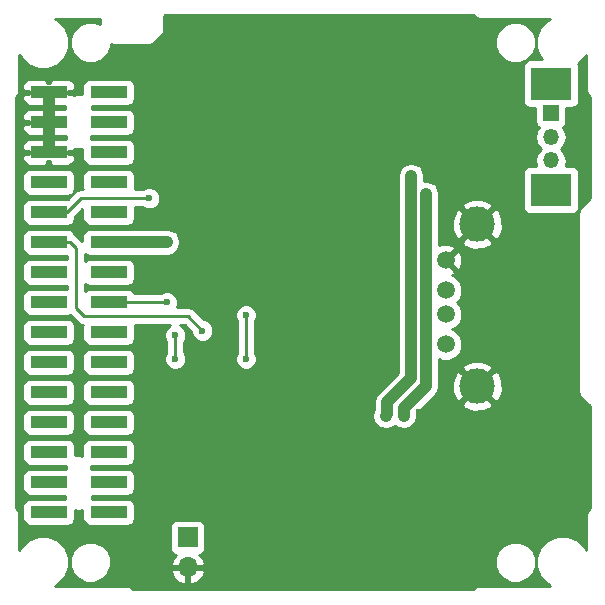
<source format=gbl>
G04 #@! TF.FileFunction,Copper,L2,Bot,Signal*
%FSLAX46Y46*%
G04 Gerber Fmt 4.6, Leading zero omitted, Abs format (unit mm)*
G04 Created by KiCad (PCBNEW 4.0.7) date 07/27/18 08:10:25*
%MOMM*%
%LPD*%
G01*
G04 APERTURE LIST*
%ADD10C,0.100000*%
%ADD11R,1.700000X1.700000*%
%ADD12O,1.700000X1.700000*%
%ADD13C,1.500000*%
%ADD14C,3.000000*%
%ADD15R,3.500000X2.800000*%
%ADD16R,1.350000X1.350000*%
%ADD17O,1.350000X1.350000*%
%ADD18C,0.800000*%
%ADD19R,3.150000X1.000000*%
%ADD20C,0.600000*%
%ADD21C,0.250000*%
%ADD22C,1.000000*%
%ADD23C,0.254000*%
G04 APERTURE END LIST*
D10*
D11*
X119240000Y-127920000D03*
D12*
X119240000Y-130460000D03*
D13*
X141100000Y-104452400D03*
X141100000Y-106992400D03*
X141100000Y-109022400D03*
X141100000Y-111562400D03*
D14*
X143770000Y-101402400D03*
X143770000Y-115122400D03*
D15*
X150000000Y-98500000D03*
D16*
X150000000Y-92000000D03*
D17*
X150000000Y-94000000D03*
X150000000Y-96000000D03*
D15*
X150000000Y-89500000D03*
D18*
X108095000Y-90220000D03*
D19*
X107475000Y-90220000D03*
D18*
X106825000Y-90220000D03*
D19*
X112555000Y-90220000D03*
X107475000Y-92760000D03*
X112555000Y-92760000D03*
X107475000Y-95300000D03*
X112555000Y-95300000D03*
X107475000Y-97840000D03*
X112555000Y-97840000D03*
X107475000Y-100380000D03*
X112555000Y-100380000D03*
X107475000Y-102920000D03*
X112555000Y-102920000D03*
X107475000Y-105460000D03*
X112555000Y-105460000D03*
X107475000Y-108000000D03*
X112555000Y-108000000D03*
X107475000Y-110540000D03*
X112555000Y-110540000D03*
X107475000Y-113080000D03*
X112555000Y-113080000D03*
X107475000Y-115620000D03*
X112555000Y-115620000D03*
X107475000Y-118160000D03*
X112555000Y-118160000D03*
X107475000Y-120700000D03*
X112555000Y-120700000D03*
X107475000Y-123240000D03*
X112555000Y-123240000D03*
X107475000Y-125780000D03*
X112555000Y-125780000D03*
D18*
X111905000Y-90220000D03*
X106825000Y-92760000D03*
X111905000Y-92760000D03*
X106825000Y-95300000D03*
X111905000Y-95300000D03*
X106825000Y-97840000D03*
X111905000Y-97840000D03*
X106825000Y-100380000D03*
X111905000Y-100380000D03*
X106825000Y-102920000D03*
X111905000Y-102920000D03*
X106825000Y-105460000D03*
X111905000Y-105460000D03*
X106825000Y-108000000D03*
X111905000Y-108000000D03*
X106825000Y-110540000D03*
X111905000Y-110540000D03*
X106825000Y-113080000D03*
X111905000Y-113080000D03*
X106825000Y-115620000D03*
X111905000Y-115620000D03*
X106825000Y-118160000D03*
X111905000Y-118160000D03*
X106825000Y-120700000D03*
X111905000Y-120700000D03*
X106825000Y-123240000D03*
X111905000Y-123240000D03*
X106825000Y-125780000D03*
X111905000Y-125780000D03*
X113175000Y-90220000D03*
X108095000Y-92760000D03*
X113175000Y-92760000D03*
X108095000Y-95300000D03*
X113175000Y-95300000D03*
X108095000Y-97840000D03*
X113175000Y-97840000D03*
X108095000Y-100380000D03*
X113175000Y-100380000D03*
X108095000Y-102920000D03*
X113175000Y-102920000D03*
X108095000Y-105460000D03*
X113175000Y-105460000D03*
X108095000Y-108000000D03*
X113175000Y-108000000D03*
X108095000Y-110540000D03*
X113175000Y-110540000D03*
X108095000Y-113080000D03*
X113175000Y-113080000D03*
X108095000Y-115620000D03*
X113175000Y-115620000D03*
X108095000Y-118160000D03*
X113175000Y-118160000D03*
X108095000Y-120700000D03*
X113175000Y-120700000D03*
X108095000Y-123240000D03*
X113175000Y-123240000D03*
X108095000Y-125780000D03*
X113175000Y-125780000D03*
D20*
X116700000Y-94011000D03*
X123939000Y-101758000D03*
X123939000Y-94011000D03*
X136400000Y-109100000D03*
X135400000Y-98800000D03*
X135400000Y-104500000D03*
X131800000Y-108000000D03*
X138800000Y-117332000D03*
X126400000Y-109200000D03*
X117505002Y-102901000D03*
X116000000Y-99200000D03*
X120500000Y-110400000D03*
X124200000Y-109100000D03*
X124200000Y-112800000D03*
X117500000Y-108000000D03*
X118200000Y-110800000D03*
X118200000Y-112800000D03*
X138163000Y-97313000D03*
X136004000Y-117633000D03*
X139433000Y-98837000D03*
X137528000Y-117633000D03*
D21*
X107475000Y-95300000D02*
X109353000Y-95300000D01*
X116700000Y-95535000D02*
X116700000Y-94011000D01*
X115684000Y-96551000D02*
X116700000Y-95535000D01*
X110604000Y-96551000D02*
X115684000Y-96551000D01*
X109353000Y-95300000D02*
X110604000Y-96551000D01*
D22*
X107475000Y-92760000D02*
X107475000Y-95300000D01*
X107475000Y-90220000D02*
X107475000Y-92760000D01*
X117486002Y-102920000D02*
X112555000Y-102920000D01*
X117505002Y-102901000D02*
X117486002Y-102920000D01*
D21*
X116000000Y-99200000D02*
X110200000Y-99200000D01*
X109020000Y-100380000D02*
X110200000Y-99200000D01*
X109020000Y-100380000D02*
X107475000Y-100380000D01*
X109320000Y-102920000D02*
X107475000Y-102920000D01*
X109800000Y-103400000D02*
X109320000Y-102920000D01*
X109800000Y-108500000D02*
X109800000Y-103400000D01*
X110500000Y-109200000D02*
X109800000Y-108500000D01*
X119300000Y-109200000D02*
X110500000Y-109200000D01*
X120500000Y-110400000D02*
X119300000Y-109200000D01*
X124200000Y-109100000D02*
X124200000Y-112800000D01*
X117500000Y-108000000D02*
X112555000Y-108000000D01*
X118200000Y-110800000D02*
X118200000Y-112800000D01*
D22*
X138163000Y-114458000D02*
X138163000Y-97313000D01*
X136131000Y-116490000D02*
X138163000Y-114458000D01*
X136131000Y-117506000D02*
X136131000Y-116490000D01*
X136004000Y-117633000D02*
X136131000Y-117506000D01*
X137528000Y-116998000D02*
X139433000Y-115093000D01*
X139433000Y-115093000D02*
X139433000Y-98837000D01*
X137528000Y-117633000D02*
X137528000Y-116998000D01*
D23*
G36*
X143497954Y-83802046D02*
X143728295Y-83955954D01*
X144000000Y-84010000D01*
X149963500Y-84010000D01*
X149735628Y-84104155D01*
X149106364Y-84732321D01*
X148765389Y-85553481D01*
X148764613Y-86442619D01*
X149104155Y-87264372D01*
X149292015Y-87452560D01*
X148250000Y-87452560D01*
X148014683Y-87496838D01*
X147798559Y-87635910D01*
X147653569Y-87848110D01*
X147602560Y-88100000D01*
X147602560Y-90900000D01*
X147646838Y-91135317D01*
X147785910Y-91351441D01*
X147998110Y-91496431D01*
X148250000Y-91547440D01*
X148677560Y-91547440D01*
X148677560Y-92675000D01*
X148721838Y-92910317D01*
X148860910Y-93126441D01*
X148965177Y-93197683D01*
X148764054Y-93498685D01*
X148664336Y-94000000D01*
X148764054Y-94501315D01*
X149048026Y-94926310D01*
X149158311Y-95000000D01*
X149048026Y-95073690D01*
X148764054Y-95498685D01*
X148664336Y-96000000D01*
X148754356Y-96452560D01*
X148250000Y-96452560D01*
X148014683Y-96496838D01*
X147798559Y-96635910D01*
X147653569Y-96848110D01*
X147602560Y-97100000D01*
X147602560Y-99900000D01*
X147646838Y-100135317D01*
X147785910Y-100351441D01*
X147998110Y-100496431D01*
X148250000Y-100547440D01*
X151750000Y-100547440D01*
X151985317Y-100503162D01*
X152201441Y-100364090D01*
X152346431Y-100151890D01*
X152397440Y-99900000D01*
X152397440Y-97100000D01*
X152353162Y-96864683D01*
X152214090Y-96648559D01*
X152001890Y-96503569D01*
X151750000Y-96452560D01*
X151245644Y-96452560D01*
X151335664Y-96000000D01*
X151235946Y-95498685D01*
X150951974Y-95073690D01*
X150841689Y-95000000D01*
X150951974Y-94926310D01*
X151235946Y-94501315D01*
X151335664Y-94000000D01*
X151235946Y-93498685D01*
X151034992Y-93197936D01*
X151126441Y-93139090D01*
X151271431Y-92926890D01*
X151322440Y-92675000D01*
X151322440Y-91547440D01*
X151750000Y-91547440D01*
X151985317Y-91503162D01*
X152201441Y-91364090D01*
X152346431Y-91151890D01*
X152397440Y-90900000D01*
X152397440Y-88100000D01*
X152353162Y-87864683D01*
X152330644Y-87829689D01*
X152893636Y-87267679D01*
X152990000Y-87035608D01*
X152990000Y-90000000D01*
X153044046Y-90271705D01*
X153197954Y-90502046D01*
X153290000Y-90594092D01*
X153290000Y-99205908D01*
X152497954Y-99997954D01*
X152344046Y-100228295D01*
X152290000Y-100500000D01*
X152290000Y-115500000D01*
X152344046Y-115771705D01*
X152497954Y-116002046D01*
X153290000Y-116794092D01*
X153290000Y-125405908D01*
X153197954Y-125497954D01*
X153044046Y-125728295D01*
X152990000Y-126000000D01*
X152990000Y-128963500D01*
X152895845Y-128735628D01*
X152267679Y-128106364D01*
X151446519Y-127765389D01*
X150557381Y-127764613D01*
X149735628Y-128104155D01*
X149106364Y-128732321D01*
X148765389Y-129553481D01*
X148764613Y-130442619D01*
X149104155Y-131264372D01*
X149732321Y-131893636D01*
X149964392Y-131990000D01*
X144000000Y-131990000D01*
X143728295Y-132044046D01*
X143497954Y-132197954D01*
X143405908Y-132290000D01*
X114594092Y-132290000D01*
X114502046Y-132197954D01*
X114271705Y-132044046D01*
X114000000Y-131990000D01*
X108036500Y-131990000D01*
X108264372Y-131895845D01*
X108893636Y-131267679D01*
X109234611Y-130446519D01*
X109234700Y-130343599D01*
X109264699Y-130343599D01*
X109528281Y-130981515D01*
X110015918Y-131470004D01*
X110653373Y-131734699D01*
X111343599Y-131735301D01*
X111981515Y-131471719D01*
X112470004Y-130984082D01*
X112539428Y-130816890D01*
X117798524Y-130816890D01*
X117968355Y-131226924D01*
X118358642Y-131655183D01*
X118883108Y-131901486D01*
X119113000Y-131780819D01*
X119113000Y-130587000D01*
X119367000Y-130587000D01*
X119367000Y-131780819D01*
X119596892Y-131901486D01*
X120121358Y-131655183D01*
X120511645Y-131226924D01*
X120681476Y-130816890D01*
X120560155Y-130587000D01*
X119367000Y-130587000D01*
X119113000Y-130587000D01*
X117919845Y-130587000D01*
X117798524Y-130816890D01*
X112539428Y-130816890D01*
X112734699Y-130346627D01*
X112734701Y-130343599D01*
X145264699Y-130343599D01*
X145528281Y-130981515D01*
X146015918Y-131470004D01*
X146653373Y-131734699D01*
X147343599Y-131735301D01*
X147981515Y-131471719D01*
X148470004Y-130984082D01*
X148734699Y-130346627D01*
X148735301Y-129656401D01*
X148471719Y-129018485D01*
X147984082Y-128529996D01*
X147346627Y-128265301D01*
X146656401Y-128264699D01*
X146018485Y-128528281D01*
X145529996Y-129015918D01*
X145265301Y-129653373D01*
X145264699Y-130343599D01*
X112734701Y-130343599D01*
X112735301Y-129656401D01*
X112471719Y-129018485D01*
X111984082Y-128529996D01*
X111346627Y-128265301D01*
X110656401Y-128264699D01*
X110018485Y-128528281D01*
X109529996Y-129015918D01*
X109265301Y-129653373D01*
X109264699Y-130343599D01*
X109234700Y-130343599D01*
X109235387Y-129557381D01*
X108895845Y-128735628D01*
X108267679Y-128106364D01*
X107446519Y-127765389D01*
X106557381Y-127764613D01*
X105735628Y-128104155D01*
X105106364Y-128732321D01*
X105010000Y-128964392D01*
X105010000Y-127070000D01*
X117742560Y-127070000D01*
X117742560Y-128770000D01*
X117786838Y-129005317D01*
X117925910Y-129221441D01*
X118138110Y-129366431D01*
X118246107Y-129388301D01*
X117968355Y-129693076D01*
X117798524Y-130103110D01*
X117919845Y-130333000D01*
X119113000Y-130333000D01*
X119113000Y-130313000D01*
X119367000Y-130313000D01*
X119367000Y-130333000D01*
X120560155Y-130333000D01*
X120681476Y-130103110D01*
X120511645Y-129693076D01*
X120235499Y-129390063D01*
X120325317Y-129373162D01*
X120541441Y-129234090D01*
X120686431Y-129021890D01*
X120737440Y-128770000D01*
X120737440Y-127070000D01*
X120693162Y-126834683D01*
X120554090Y-126618559D01*
X120341890Y-126473569D01*
X120090000Y-126422560D01*
X118390000Y-126422560D01*
X118154683Y-126466838D01*
X117938559Y-126605910D01*
X117793569Y-126818110D01*
X117742560Y-127070000D01*
X105010000Y-127070000D01*
X105010000Y-126000000D01*
X104955954Y-125728295D01*
X104802046Y-125497954D01*
X104710000Y-125405908D01*
X104710000Y-120200000D01*
X105252560Y-120200000D01*
X105252560Y-121200000D01*
X105296838Y-121435317D01*
X105435910Y-121651441D01*
X105648110Y-121796431D01*
X105900000Y-121847440D01*
X108965107Y-121847440D01*
X108964893Y-122092560D01*
X105900000Y-122092560D01*
X105664683Y-122136838D01*
X105448559Y-122275910D01*
X105303569Y-122488110D01*
X105252560Y-122740000D01*
X105252560Y-123740000D01*
X105296838Y-123975317D01*
X105435910Y-124191441D01*
X105648110Y-124336431D01*
X105900000Y-124387440D01*
X108865106Y-124387440D01*
X108864892Y-124632560D01*
X105900000Y-124632560D01*
X105664683Y-124676838D01*
X105448559Y-124815910D01*
X105303569Y-125028110D01*
X105252560Y-125280000D01*
X105252560Y-126280000D01*
X105296838Y-126515317D01*
X105435910Y-126731441D01*
X105648110Y-126876431D01*
X105900000Y-126927440D01*
X109050000Y-126927440D01*
X109285317Y-126883162D01*
X109501441Y-126744090D01*
X109646431Y-126531890D01*
X109697440Y-126280000D01*
X109697440Y-125613326D01*
X109773244Y-125644803D01*
X110224775Y-125645197D01*
X110332560Y-125600661D01*
X110332560Y-126280000D01*
X110376838Y-126515317D01*
X110515910Y-126731441D01*
X110728110Y-126876431D01*
X110980000Y-126927440D01*
X114130000Y-126927440D01*
X114365317Y-126883162D01*
X114581441Y-126744090D01*
X114726431Y-126531890D01*
X114777440Y-126280000D01*
X114777440Y-125280000D01*
X114733162Y-125044683D01*
X114594090Y-124828559D01*
X114381890Y-124683569D01*
X114130000Y-124632560D01*
X111134894Y-124632560D01*
X111135108Y-124387440D01*
X114130000Y-124387440D01*
X114365317Y-124343162D01*
X114581441Y-124204090D01*
X114726431Y-123991890D01*
X114777440Y-123740000D01*
X114777440Y-122740000D01*
X114733162Y-122504683D01*
X114594090Y-122288559D01*
X114381890Y-122143569D01*
X114130000Y-122092560D01*
X111034893Y-122092560D01*
X111035107Y-121847440D01*
X114130000Y-121847440D01*
X114365317Y-121803162D01*
X114581441Y-121664090D01*
X114726431Y-121451890D01*
X114777440Y-121200000D01*
X114777440Y-120200000D01*
X114733162Y-119964683D01*
X114594090Y-119748559D01*
X114381890Y-119603569D01*
X114130000Y-119552560D01*
X110980000Y-119552560D01*
X110744683Y-119596838D01*
X110528559Y-119735910D01*
X110383569Y-119948110D01*
X110332560Y-120200000D01*
X110332560Y-120987410D01*
X110206777Y-120935180D01*
X109795029Y-120934821D01*
X109697440Y-120975144D01*
X109697440Y-120200000D01*
X109653162Y-119964683D01*
X109514090Y-119748559D01*
X109301890Y-119603569D01*
X109050000Y-119552560D01*
X105900000Y-119552560D01*
X105664683Y-119596838D01*
X105448559Y-119735910D01*
X105303569Y-119948110D01*
X105252560Y-120200000D01*
X104710000Y-120200000D01*
X104710000Y-117660000D01*
X105252560Y-117660000D01*
X105252560Y-118660000D01*
X105296838Y-118895317D01*
X105435910Y-119111441D01*
X105648110Y-119256431D01*
X105900000Y-119307440D01*
X109050000Y-119307440D01*
X109285317Y-119263162D01*
X109501441Y-119124090D01*
X109646431Y-118911890D01*
X109697440Y-118660000D01*
X109697440Y-117660000D01*
X110332560Y-117660000D01*
X110332560Y-118660000D01*
X110376838Y-118895317D01*
X110515910Y-119111441D01*
X110728110Y-119256431D01*
X110980000Y-119307440D01*
X114130000Y-119307440D01*
X114365317Y-119263162D01*
X114581441Y-119124090D01*
X114726431Y-118911890D01*
X114777440Y-118660000D01*
X114777440Y-117660000D01*
X114772360Y-117633000D01*
X134869000Y-117633000D01*
X134955397Y-118067345D01*
X135201434Y-118435566D01*
X135569655Y-118681603D01*
X136004000Y-118768000D01*
X136438345Y-118681603D01*
X136766000Y-118462671D01*
X137093654Y-118681603D01*
X137528000Y-118768000D01*
X137962346Y-118681603D01*
X138330566Y-118435566D01*
X138576603Y-118067346D01*
X138663000Y-117633000D01*
X138663000Y-117468132D01*
X139494762Y-116636370D01*
X142435635Y-116636370D01*
X142595418Y-116955139D01*
X143386187Y-117265123D01*
X144235387Y-117248897D01*
X144944582Y-116955139D01*
X145104365Y-116636370D01*
X143770000Y-115302005D01*
X142435635Y-116636370D01*
X139494762Y-116636370D01*
X140235566Y-115895566D01*
X140318327Y-115771705D01*
X140481603Y-115527346D01*
X140568000Y-115093000D01*
X140568000Y-114738587D01*
X141627277Y-114738587D01*
X141643503Y-115587787D01*
X141937261Y-116296982D01*
X142256030Y-116456765D01*
X143590395Y-115122400D01*
X143949605Y-115122400D01*
X145283970Y-116456765D01*
X145602739Y-116296982D01*
X145912723Y-115506213D01*
X145896497Y-114657013D01*
X145602739Y-113947818D01*
X145283970Y-113788035D01*
X143949605Y-115122400D01*
X143590395Y-115122400D01*
X142256030Y-113788035D01*
X141937261Y-113947818D01*
X141627277Y-114738587D01*
X140568000Y-114738587D01*
X140568000Y-113608430D01*
X142435635Y-113608430D01*
X143770000Y-114942795D01*
X145104365Y-113608430D01*
X144944582Y-113289661D01*
X144153813Y-112979677D01*
X143304613Y-112995903D01*
X142595418Y-113289661D01*
X142435635Y-113608430D01*
X140568000Y-113608430D01*
X140568000Y-112841150D01*
X140823298Y-112947159D01*
X141374285Y-112947640D01*
X141883515Y-112737231D01*
X142273461Y-112347964D01*
X142484759Y-111839102D01*
X142485240Y-111288115D01*
X142274831Y-110778885D01*
X141885564Y-110388939D01*
X141653130Y-110292424D01*
X141883515Y-110197231D01*
X142273461Y-109807964D01*
X142484759Y-109299102D01*
X142485240Y-108748115D01*
X142274831Y-108238885D01*
X142043687Y-108007338D01*
X142273461Y-107777964D01*
X142484759Y-107269102D01*
X142485240Y-106718115D01*
X142274831Y-106208885D01*
X141885564Y-105818939D01*
X141669021Y-105729023D01*
X141823923Y-105664860D01*
X141891912Y-105423917D01*
X141100000Y-104632005D01*
X141085858Y-104646148D01*
X140906253Y-104466543D01*
X140920395Y-104452400D01*
X141279605Y-104452400D01*
X142071517Y-105244312D01*
X142312460Y-105176323D01*
X142497201Y-104657229D01*
X142469230Y-104106952D01*
X142312460Y-103728477D01*
X142071517Y-103660488D01*
X141279605Y-104452400D01*
X140920395Y-104452400D01*
X140906253Y-104438258D01*
X141085858Y-104258653D01*
X141100000Y-104272795D01*
X141891912Y-103480883D01*
X141823923Y-103239940D01*
X141304829Y-103055199D01*
X140754552Y-103083170D01*
X140568000Y-103160443D01*
X140568000Y-102916370D01*
X142435635Y-102916370D01*
X142595418Y-103235139D01*
X143386187Y-103545123D01*
X144235387Y-103528897D01*
X144944582Y-103235139D01*
X145104365Y-102916370D01*
X143770000Y-101582005D01*
X142435635Y-102916370D01*
X140568000Y-102916370D01*
X140568000Y-101018587D01*
X141627277Y-101018587D01*
X141643503Y-101867787D01*
X141937261Y-102576982D01*
X142256030Y-102736765D01*
X143590395Y-101402400D01*
X143949605Y-101402400D01*
X145283970Y-102736765D01*
X145602739Y-102576982D01*
X145912723Y-101786213D01*
X145896497Y-100937013D01*
X145602739Y-100227818D01*
X145283970Y-100068035D01*
X143949605Y-101402400D01*
X143590395Y-101402400D01*
X142256030Y-100068035D01*
X141937261Y-100227818D01*
X141627277Y-101018587D01*
X140568000Y-101018587D01*
X140568000Y-99888430D01*
X142435635Y-99888430D01*
X143770000Y-101222795D01*
X145104365Y-99888430D01*
X144944582Y-99569661D01*
X144153813Y-99259677D01*
X143304613Y-99275903D01*
X142595418Y-99569661D01*
X142435635Y-99888430D01*
X140568000Y-99888430D01*
X140568000Y-98837000D01*
X140481603Y-98402654D01*
X140235566Y-98034434D01*
X139867346Y-97788397D01*
X139433000Y-97702000D01*
X139298000Y-97728853D01*
X139298000Y-97313000D01*
X139211603Y-96878654D01*
X138965566Y-96510434D01*
X138597346Y-96264397D01*
X138163000Y-96178000D01*
X137728654Y-96264397D01*
X137360434Y-96510434D01*
X137114397Y-96878654D01*
X137028000Y-97313000D01*
X137028000Y-113987868D01*
X135328434Y-115687434D01*
X135082397Y-116055654D01*
X134996000Y-116490000D01*
X134996000Y-117137888D01*
X134955397Y-117198655D01*
X134869000Y-117633000D01*
X114772360Y-117633000D01*
X114733162Y-117424683D01*
X114594090Y-117208559D01*
X114381890Y-117063569D01*
X114130000Y-117012560D01*
X110980000Y-117012560D01*
X110744683Y-117056838D01*
X110528559Y-117195910D01*
X110383569Y-117408110D01*
X110332560Y-117660000D01*
X109697440Y-117660000D01*
X109653162Y-117424683D01*
X109514090Y-117208559D01*
X109301890Y-117063569D01*
X109050000Y-117012560D01*
X105900000Y-117012560D01*
X105664683Y-117056838D01*
X105448559Y-117195910D01*
X105303569Y-117408110D01*
X105252560Y-117660000D01*
X104710000Y-117660000D01*
X104710000Y-115120000D01*
X105252560Y-115120000D01*
X105252560Y-116120000D01*
X105296838Y-116355317D01*
X105435910Y-116571441D01*
X105648110Y-116716431D01*
X105900000Y-116767440D01*
X109050000Y-116767440D01*
X109285317Y-116723162D01*
X109501441Y-116584090D01*
X109646431Y-116371890D01*
X109697440Y-116120000D01*
X109697440Y-115120000D01*
X110332560Y-115120000D01*
X110332560Y-116120000D01*
X110376838Y-116355317D01*
X110515910Y-116571441D01*
X110728110Y-116716431D01*
X110980000Y-116767440D01*
X114130000Y-116767440D01*
X114365317Y-116723162D01*
X114581441Y-116584090D01*
X114726431Y-116371890D01*
X114777440Y-116120000D01*
X114777440Y-115120000D01*
X114733162Y-114884683D01*
X114594090Y-114668559D01*
X114381890Y-114523569D01*
X114130000Y-114472560D01*
X110980000Y-114472560D01*
X110744683Y-114516838D01*
X110528559Y-114655910D01*
X110383569Y-114868110D01*
X110332560Y-115120000D01*
X109697440Y-115120000D01*
X109653162Y-114884683D01*
X109514090Y-114668559D01*
X109301890Y-114523569D01*
X109050000Y-114472560D01*
X105900000Y-114472560D01*
X105664683Y-114516838D01*
X105448559Y-114655910D01*
X105303569Y-114868110D01*
X105252560Y-115120000D01*
X104710000Y-115120000D01*
X104710000Y-112580000D01*
X105252560Y-112580000D01*
X105252560Y-113580000D01*
X105296838Y-113815317D01*
X105435910Y-114031441D01*
X105648110Y-114176431D01*
X105900000Y-114227440D01*
X109050000Y-114227440D01*
X109285317Y-114183162D01*
X109501441Y-114044090D01*
X109646431Y-113831890D01*
X109697440Y-113580000D01*
X109697440Y-112580000D01*
X110332560Y-112580000D01*
X110332560Y-113580000D01*
X110376838Y-113815317D01*
X110515910Y-114031441D01*
X110728110Y-114176431D01*
X110980000Y-114227440D01*
X114130000Y-114227440D01*
X114365317Y-114183162D01*
X114581441Y-114044090D01*
X114726431Y-113831890D01*
X114777440Y-113580000D01*
X114777440Y-112580000D01*
X114733162Y-112344683D01*
X114594090Y-112128559D01*
X114381890Y-111983569D01*
X114130000Y-111932560D01*
X110980000Y-111932560D01*
X110744683Y-111976838D01*
X110528559Y-112115910D01*
X110383569Y-112328110D01*
X110332560Y-112580000D01*
X109697440Y-112580000D01*
X109653162Y-112344683D01*
X109514090Y-112128559D01*
X109301890Y-111983569D01*
X109050000Y-111932560D01*
X105900000Y-111932560D01*
X105664683Y-111976838D01*
X105448559Y-112115910D01*
X105303569Y-112328110D01*
X105252560Y-112580000D01*
X104710000Y-112580000D01*
X104710000Y-110040000D01*
X105252560Y-110040000D01*
X105252560Y-111040000D01*
X105296838Y-111275317D01*
X105435910Y-111491441D01*
X105648110Y-111636431D01*
X105900000Y-111687440D01*
X109050000Y-111687440D01*
X109285317Y-111643162D01*
X109501441Y-111504090D01*
X109646431Y-111291890D01*
X109697440Y-111040000D01*
X109697440Y-110040000D01*
X109653162Y-109804683D01*
X109514090Y-109588559D01*
X109301890Y-109443569D01*
X109050000Y-109392560D01*
X105900000Y-109392560D01*
X105664683Y-109436838D01*
X105448559Y-109575910D01*
X105303569Y-109788110D01*
X105252560Y-110040000D01*
X104710000Y-110040000D01*
X104710000Y-102420000D01*
X105252560Y-102420000D01*
X105252560Y-103420000D01*
X105296838Y-103655317D01*
X105435910Y-103871441D01*
X105648110Y-104016431D01*
X105900000Y-104067440D01*
X109040000Y-104067440D01*
X109040000Y-104312560D01*
X105900000Y-104312560D01*
X105664683Y-104356838D01*
X105448559Y-104495910D01*
X105303569Y-104708110D01*
X105252560Y-104960000D01*
X105252560Y-105960000D01*
X105296838Y-106195317D01*
X105435910Y-106411441D01*
X105648110Y-106556431D01*
X105900000Y-106607440D01*
X109040000Y-106607440D01*
X109040000Y-106852560D01*
X105900000Y-106852560D01*
X105664683Y-106896838D01*
X105448559Y-107035910D01*
X105303569Y-107248110D01*
X105252560Y-107500000D01*
X105252560Y-108500000D01*
X105296838Y-108735317D01*
X105435910Y-108951441D01*
X105648110Y-109096431D01*
X105900000Y-109147440D01*
X109050000Y-109147440D01*
X109285317Y-109103162D01*
X109311507Y-109086309D01*
X109962598Y-109737401D01*
X110068204Y-109807964D01*
X110209161Y-109902148D01*
X110354617Y-109931081D01*
X110332560Y-110040000D01*
X110332560Y-111040000D01*
X110376838Y-111275317D01*
X110515910Y-111491441D01*
X110728110Y-111636431D01*
X110980000Y-111687440D01*
X114130000Y-111687440D01*
X114365317Y-111643162D01*
X114581441Y-111504090D01*
X114726431Y-111291890D01*
X114777440Y-111040000D01*
X114777440Y-110040000D01*
X114762387Y-109960000D01*
X117784523Y-109960000D01*
X117671057Y-110006883D01*
X117407808Y-110269673D01*
X117265162Y-110613201D01*
X117264838Y-110985167D01*
X117406883Y-111328943D01*
X117440000Y-111362118D01*
X117440000Y-112237537D01*
X117407808Y-112269673D01*
X117265162Y-112613201D01*
X117264838Y-112985167D01*
X117406883Y-113328943D01*
X117669673Y-113592192D01*
X118013201Y-113734838D01*
X118385167Y-113735162D01*
X118728943Y-113593117D01*
X118992192Y-113330327D01*
X119134838Y-112986799D01*
X119135162Y-112614833D01*
X118993117Y-112271057D01*
X118960000Y-112237882D01*
X118960000Y-111362463D01*
X118992192Y-111330327D01*
X119134838Y-110986799D01*
X119135162Y-110614833D01*
X118993117Y-110271057D01*
X118730327Y-110007808D01*
X118615193Y-109960000D01*
X118985198Y-109960000D01*
X119564878Y-110539680D01*
X119564838Y-110585167D01*
X119706883Y-110928943D01*
X119969673Y-111192192D01*
X120313201Y-111334838D01*
X120685167Y-111335162D01*
X121028943Y-111193117D01*
X121292192Y-110930327D01*
X121434838Y-110586799D01*
X121435162Y-110214833D01*
X121293117Y-109871057D01*
X121030327Y-109607808D01*
X120686799Y-109465162D01*
X120639923Y-109465121D01*
X120459969Y-109285167D01*
X123264838Y-109285167D01*
X123406883Y-109628943D01*
X123440000Y-109662118D01*
X123440000Y-112237537D01*
X123407808Y-112269673D01*
X123265162Y-112613201D01*
X123264838Y-112985167D01*
X123406883Y-113328943D01*
X123669673Y-113592192D01*
X124013201Y-113734838D01*
X124385167Y-113735162D01*
X124728943Y-113593117D01*
X124992192Y-113330327D01*
X125134838Y-112986799D01*
X125135162Y-112614833D01*
X124993117Y-112271057D01*
X124960000Y-112237882D01*
X124960000Y-109662463D01*
X124992192Y-109630327D01*
X125134838Y-109286799D01*
X125135162Y-108914833D01*
X124993117Y-108571057D01*
X124730327Y-108307808D01*
X124386799Y-108165162D01*
X124014833Y-108164838D01*
X123671057Y-108306883D01*
X123407808Y-108569673D01*
X123265162Y-108913201D01*
X123264838Y-109285167D01*
X120459969Y-109285167D01*
X119837401Y-108662599D01*
X119590839Y-108497852D01*
X119300000Y-108440000D01*
X118329699Y-108440000D01*
X118434838Y-108186799D01*
X118435162Y-107814833D01*
X118293117Y-107471057D01*
X118030327Y-107207808D01*
X117686799Y-107065162D01*
X117314833Y-107064838D01*
X116971057Y-107206883D01*
X116937882Y-107240000D01*
X114717279Y-107240000D01*
X114594090Y-107048559D01*
X114381890Y-106903569D01*
X114130000Y-106852560D01*
X110980000Y-106852560D01*
X110744683Y-106896838D01*
X110560000Y-107015678D01*
X110560000Y-106441566D01*
X110728110Y-106556431D01*
X110980000Y-106607440D01*
X114130000Y-106607440D01*
X114365317Y-106563162D01*
X114581441Y-106424090D01*
X114726431Y-106211890D01*
X114777440Y-105960000D01*
X114777440Y-104960000D01*
X114733162Y-104724683D01*
X114594090Y-104508559D01*
X114381890Y-104363569D01*
X114130000Y-104312560D01*
X110980000Y-104312560D01*
X110744683Y-104356838D01*
X110560000Y-104475678D01*
X110560000Y-103901566D01*
X110728110Y-104016431D01*
X110980000Y-104067440D01*
X114130000Y-104067440D01*
X114196113Y-104055000D01*
X117486002Y-104055000D01*
X117920348Y-103968603D01*
X118288568Y-103722566D01*
X118307568Y-103703566D01*
X118553605Y-103335345D01*
X118640002Y-102901000D01*
X118553605Y-102466655D01*
X118307568Y-102098434D01*
X117939347Y-101852397D01*
X117505002Y-101766000D01*
X117409483Y-101785000D01*
X114191431Y-101785000D01*
X114130000Y-101772560D01*
X110980000Y-101772560D01*
X110744683Y-101816838D01*
X110528559Y-101955910D01*
X110383569Y-102168110D01*
X110332560Y-102420000D01*
X110332560Y-102857757D01*
X109857401Y-102382599D01*
X109666387Y-102254968D01*
X109653162Y-102184683D01*
X109514090Y-101968559D01*
X109301890Y-101823569D01*
X109050000Y-101772560D01*
X105900000Y-101772560D01*
X105664683Y-101816838D01*
X105448559Y-101955910D01*
X105303569Y-102168110D01*
X105252560Y-102420000D01*
X104710000Y-102420000D01*
X104710000Y-99880000D01*
X105252560Y-99880000D01*
X105252560Y-100880000D01*
X105296838Y-101115317D01*
X105435910Y-101331441D01*
X105648110Y-101476431D01*
X105900000Y-101527440D01*
X109050000Y-101527440D01*
X109285317Y-101483162D01*
X109501441Y-101344090D01*
X109646431Y-101131890D01*
X109697440Y-100880000D01*
X109697440Y-100777362D01*
X110332560Y-100142242D01*
X110332560Y-100880000D01*
X110376838Y-101115317D01*
X110515910Y-101331441D01*
X110728110Y-101476431D01*
X110980000Y-101527440D01*
X114130000Y-101527440D01*
X114365317Y-101483162D01*
X114581441Y-101344090D01*
X114726431Y-101131890D01*
X114777440Y-100880000D01*
X114777440Y-99960000D01*
X115437537Y-99960000D01*
X115469673Y-99992192D01*
X115813201Y-100134838D01*
X116185167Y-100135162D01*
X116528943Y-99993117D01*
X116792192Y-99730327D01*
X116934838Y-99386799D01*
X116935162Y-99014833D01*
X116793117Y-98671057D01*
X116530327Y-98407808D01*
X116186799Y-98265162D01*
X115814833Y-98264838D01*
X115471057Y-98406883D01*
X115437882Y-98440000D01*
X114757189Y-98440000D01*
X114777440Y-98340000D01*
X114777440Y-97340000D01*
X114733162Y-97104683D01*
X114594090Y-96888559D01*
X114381890Y-96743569D01*
X114130000Y-96692560D01*
X110980000Y-96692560D01*
X110744683Y-96736838D01*
X110528559Y-96875910D01*
X110383569Y-97088110D01*
X110332560Y-97340000D01*
X110332560Y-98340000D01*
X110351376Y-98440000D01*
X110200000Y-98440000D01*
X109909161Y-98497852D01*
X109662599Y-98662599D01*
X109085458Y-99239740D01*
X109050000Y-99232560D01*
X105900000Y-99232560D01*
X105664683Y-99276838D01*
X105448559Y-99415910D01*
X105303569Y-99628110D01*
X105252560Y-99880000D01*
X104710000Y-99880000D01*
X104710000Y-97340000D01*
X105252560Y-97340000D01*
X105252560Y-98340000D01*
X105296838Y-98575317D01*
X105435910Y-98791441D01*
X105648110Y-98936431D01*
X105900000Y-98987440D01*
X109050000Y-98987440D01*
X109285317Y-98943162D01*
X109501441Y-98804090D01*
X109646431Y-98591890D01*
X109697440Y-98340000D01*
X109697440Y-97340000D01*
X109653162Y-97104683D01*
X109514090Y-96888559D01*
X109301890Y-96743569D01*
X109050000Y-96692560D01*
X105900000Y-96692560D01*
X105664683Y-96736838D01*
X105448559Y-96875910D01*
X105303569Y-97088110D01*
X105252560Y-97340000D01*
X104710000Y-97340000D01*
X104710000Y-90594092D01*
X104802046Y-90502046D01*
X104955954Y-90271705D01*
X105010000Y-90000000D01*
X105010000Y-89593690D01*
X105265000Y-89593690D01*
X105265000Y-89934250D01*
X105423750Y-90093000D01*
X105778600Y-90093000D01*
X105776691Y-90098931D01*
X105796921Y-90347000D01*
X105423750Y-90347000D01*
X105265000Y-90505750D01*
X105265000Y-90846310D01*
X105361673Y-91079699D01*
X105540302Y-91258327D01*
X105773691Y-91355000D01*
X107189250Y-91355000D01*
X107348000Y-91196250D01*
X107348000Y-91059517D01*
X107358516Y-90972384D01*
X107440370Y-91054238D01*
X107460000Y-91034608D01*
X107479630Y-91054238D01*
X107561483Y-90972385D01*
X107581977Y-91142180D01*
X107602000Y-91148623D01*
X107602000Y-91196250D01*
X107760750Y-91355000D01*
X108865117Y-91355000D01*
X108864881Y-91625000D01*
X107760750Y-91625000D01*
X107602000Y-91783750D01*
X107602000Y-91829526D01*
X107581977Y-91837820D01*
X107561483Y-92007615D01*
X107479630Y-91925762D01*
X107460000Y-91945392D01*
X107440370Y-91925762D01*
X107358516Y-92007616D01*
X107348000Y-91920483D01*
X107348000Y-91783750D01*
X107189250Y-91625000D01*
X105773691Y-91625000D01*
X105540302Y-91721673D01*
X105361673Y-91900301D01*
X105265000Y-92133690D01*
X105265000Y-92474250D01*
X105423750Y-92633000D01*
X105778600Y-92633000D01*
X105776691Y-92638931D01*
X105796921Y-92887000D01*
X105423750Y-92887000D01*
X105265000Y-93045750D01*
X105265000Y-93386310D01*
X105361673Y-93619699D01*
X105540302Y-93798327D01*
X105773691Y-93895000D01*
X107189250Y-93895000D01*
X107348000Y-93736250D01*
X107348000Y-93599517D01*
X107358516Y-93512384D01*
X107440370Y-93594238D01*
X107460000Y-93574608D01*
X107479630Y-93594238D01*
X107561483Y-93512385D01*
X107581977Y-93682180D01*
X107602000Y-93688623D01*
X107602000Y-93736250D01*
X107760750Y-93895000D01*
X108965117Y-93895000D01*
X108964882Y-94165000D01*
X107760750Y-94165000D01*
X107602000Y-94323750D01*
X107602000Y-94369526D01*
X107581977Y-94377820D01*
X107561483Y-94547615D01*
X107479630Y-94465762D01*
X107460000Y-94485392D01*
X107440370Y-94465762D01*
X107358516Y-94547616D01*
X107348000Y-94460483D01*
X107348000Y-94323750D01*
X107189250Y-94165000D01*
X105773691Y-94165000D01*
X105540302Y-94261673D01*
X105361673Y-94440301D01*
X105265000Y-94673690D01*
X105265000Y-95014250D01*
X105423750Y-95173000D01*
X105778600Y-95173000D01*
X105776691Y-95178931D01*
X105796921Y-95427000D01*
X105423750Y-95427000D01*
X105265000Y-95585750D01*
X105265000Y-95926310D01*
X105361673Y-96159699D01*
X105540302Y-96338327D01*
X105773691Y-96435000D01*
X107189250Y-96435000D01*
X107348000Y-96276250D01*
X107348000Y-96139517D01*
X107358516Y-96052384D01*
X107440370Y-96134238D01*
X107460000Y-96114608D01*
X107479630Y-96134238D01*
X107561483Y-96052385D01*
X107581977Y-96222180D01*
X107602000Y-96228623D01*
X107602000Y-96276250D01*
X107760750Y-96435000D01*
X109176309Y-96435000D01*
X109409698Y-96338327D01*
X109588327Y-96159699D01*
X109685000Y-95926310D01*
X109685000Y-95585750D01*
X109526250Y-95427000D01*
X109141400Y-95427000D01*
X109143309Y-95421069D01*
X109123079Y-95173000D01*
X109526250Y-95173000D01*
X109681020Y-95018230D01*
X109793223Y-95064820D01*
X110204971Y-95065179D01*
X110332560Y-95012460D01*
X110332560Y-95800000D01*
X110376838Y-96035317D01*
X110515910Y-96251441D01*
X110728110Y-96396431D01*
X110980000Y-96447440D01*
X114130000Y-96447440D01*
X114365317Y-96403162D01*
X114581441Y-96264090D01*
X114726431Y-96051890D01*
X114777440Y-95800000D01*
X114777440Y-94800000D01*
X114733162Y-94564683D01*
X114594090Y-94348559D01*
X114381890Y-94203569D01*
X114130000Y-94152560D01*
X111034893Y-94152560D01*
X111035107Y-93907440D01*
X114130000Y-93907440D01*
X114365317Y-93863162D01*
X114581441Y-93724090D01*
X114726431Y-93511890D01*
X114777440Y-93260000D01*
X114777440Y-92260000D01*
X114733162Y-92024683D01*
X114594090Y-91808559D01*
X114381890Y-91663569D01*
X114130000Y-91612560D01*
X111134894Y-91612560D01*
X111135108Y-91367440D01*
X114130000Y-91367440D01*
X114365317Y-91323162D01*
X114581441Y-91184090D01*
X114726431Y-90971890D01*
X114777440Y-90720000D01*
X114777440Y-89720000D01*
X114733162Y-89484683D01*
X114594090Y-89268559D01*
X114381890Y-89123569D01*
X114130000Y-89072560D01*
X110980000Y-89072560D01*
X110744683Y-89116838D01*
X110528559Y-89255910D01*
X110383569Y-89468110D01*
X110332560Y-89720000D01*
X110332560Y-90399131D01*
X110226756Y-90355197D01*
X109775225Y-90354803D01*
X109604567Y-90425317D01*
X109526250Y-90347000D01*
X109141400Y-90347000D01*
X109143309Y-90341069D01*
X109123079Y-90093000D01*
X109526250Y-90093000D01*
X109685000Y-89934250D01*
X109685000Y-89593690D01*
X109588327Y-89360301D01*
X109409698Y-89181673D01*
X109176309Y-89085000D01*
X107760750Y-89085000D01*
X107602000Y-89243750D01*
X107602000Y-89289526D01*
X107581977Y-89297820D01*
X107561483Y-89467615D01*
X107479630Y-89385762D01*
X107460000Y-89405392D01*
X107440370Y-89385762D01*
X107358516Y-89467616D01*
X107348000Y-89380483D01*
X107348000Y-89243750D01*
X107189250Y-89085000D01*
X105773691Y-89085000D01*
X105540302Y-89181673D01*
X105361673Y-89360301D01*
X105265000Y-89593690D01*
X105010000Y-89593690D01*
X105010000Y-87036500D01*
X105104155Y-87264372D01*
X105732321Y-87893636D01*
X106553481Y-88234611D01*
X107442619Y-88235387D01*
X108264372Y-87895845D01*
X108893636Y-87267679D01*
X109234611Y-86446519D01*
X109235387Y-85557381D01*
X108895845Y-84735628D01*
X108267679Y-84106364D01*
X108035608Y-84010000D01*
X111790000Y-84010000D01*
X111790000Y-84449406D01*
X111346627Y-84265301D01*
X110656401Y-84264699D01*
X110018485Y-84528281D01*
X109529996Y-85015918D01*
X109265301Y-85653373D01*
X109264699Y-86343599D01*
X109528281Y-86981515D01*
X110015918Y-87470004D01*
X110653373Y-87734699D01*
X111343599Y-87735301D01*
X111981515Y-87471719D01*
X112470004Y-86984082D01*
X112734699Y-86346627D01*
X112734701Y-86343599D01*
X145264699Y-86343599D01*
X145528281Y-86981515D01*
X146015918Y-87470004D01*
X146653373Y-87734699D01*
X147343599Y-87735301D01*
X147981515Y-87471719D01*
X148470004Y-86984082D01*
X148734699Y-86346627D01*
X148735301Y-85656401D01*
X148471719Y-85018485D01*
X147984082Y-84529996D01*
X147346627Y-84265301D01*
X146656401Y-84264699D01*
X146018485Y-84528281D01*
X145529996Y-85015918D01*
X145265301Y-85653373D01*
X145264699Y-86343599D01*
X112734701Y-86343599D01*
X112734864Y-86157261D01*
X113000000Y-86210000D01*
X116000000Y-86210000D01*
X116271705Y-86155954D01*
X116502046Y-86002046D01*
X117002046Y-85502046D01*
X117155954Y-85271705D01*
X117210000Y-85000000D01*
X117210000Y-83794092D01*
X117294092Y-83710000D01*
X143405908Y-83710000D01*
X143497954Y-83802046D01*
X143497954Y-83802046D01*
G37*
X143497954Y-83802046D02*
X143728295Y-83955954D01*
X144000000Y-84010000D01*
X149963500Y-84010000D01*
X149735628Y-84104155D01*
X149106364Y-84732321D01*
X148765389Y-85553481D01*
X148764613Y-86442619D01*
X149104155Y-87264372D01*
X149292015Y-87452560D01*
X148250000Y-87452560D01*
X148014683Y-87496838D01*
X147798559Y-87635910D01*
X147653569Y-87848110D01*
X147602560Y-88100000D01*
X147602560Y-90900000D01*
X147646838Y-91135317D01*
X147785910Y-91351441D01*
X147998110Y-91496431D01*
X148250000Y-91547440D01*
X148677560Y-91547440D01*
X148677560Y-92675000D01*
X148721838Y-92910317D01*
X148860910Y-93126441D01*
X148965177Y-93197683D01*
X148764054Y-93498685D01*
X148664336Y-94000000D01*
X148764054Y-94501315D01*
X149048026Y-94926310D01*
X149158311Y-95000000D01*
X149048026Y-95073690D01*
X148764054Y-95498685D01*
X148664336Y-96000000D01*
X148754356Y-96452560D01*
X148250000Y-96452560D01*
X148014683Y-96496838D01*
X147798559Y-96635910D01*
X147653569Y-96848110D01*
X147602560Y-97100000D01*
X147602560Y-99900000D01*
X147646838Y-100135317D01*
X147785910Y-100351441D01*
X147998110Y-100496431D01*
X148250000Y-100547440D01*
X151750000Y-100547440D01*
X151985317Y-100503162D01*
X152201441Y-100364090D01*
X152346431Y-100151890D01*
X152397440Y-99900000D01*
X152397440Y-97100000D01*
X152353162Y-96864683D01*
X152214090Y-96648559D01*
X152001890Y-96503569D01*
X151750000Y-96452560D01*
X151245644Y-96452560D01*
X151335664Y-96000000D01*
X151235946Y-95498685D01*
X150951974Y-95073690D01*
X150841689Y-95000000D01*
X150951974Y-94926310D01*
X151235946Y-94501315D01*
X151335664Y-94000000D01*
X151235946Y-93498685D01*
X151034992Y-93197936D01*
X151126441Y-93139090D01*
X151271431Y-92926890D01*
X151322440Y-92675000D01*
X151322440Y-91547440D01*
X151750000Y-91547440D01*
X151985317Y-91503162D01*
X152201441Y-91364090D01*
X152346431Y-91151890D01*
X152397440Y-90900000D01*
X152397440Y-88100000D01*
X152353162Y-87864683D01*
X152330644Y-87829689D01*
X152893636Y-87267679D01*
X152990000Y-87035608D01*
X152990000Y-90000000D01*
X153044046Y-90271705D01*
X153197954Y-90502046D01*
X153290000Y-90594092D01*
X153290000Y-99205908D01*
X152497954Y-99997954D01*
X152344046Y-100228295D01*
X152290000Y-100500000D01*
X152290000Y-115500000D01*
X152344046Y-115771705D01*
X152497954Y-116002046D01*
X153290000Y-116794092D01*
X153290000Y-125405908D01*
X153197954Y-125497954D01*
X153044046Y-125728295D01*
X152990000Y-126000000D01*
X152990000Y-128963500D01*
X152895845Y-128735628D01*
X152267679Y-128106364D01*
X151446519Y-127765389D01*
X150557381Y-127764613D01*
X149735628Y-128104155D01*
X149106364Y-128732321D01*
X148765389Y-129553481D01*
X148764613Y-130442619D01*
X149104155Y-131264372D01*
X149732321Y-131893636D01*
X149964392Y-131990000D01*
X144000000Y-131990000D01*
X143728295Y-132044046D01*
X143497954Y-132197954D01*
X143405908Y-132290000D01*
X114594092Y-132290000D01*
X114502046Y-132197954D01*
X114271705Y-132044046D01*
X114000000Y-131990000D01*
X108036500Y-131990000D01*
X108264372Y-131895845D01*
X108893636Y-131267679D01*
X109234611Y-130446519D01*
X109234700Y-130343599D01*
X109264699Y-130343599D01*
X109528281Y-130981515D01*
X110015918Y-131470004D01*
X110653373Y-131734699D01*
X111343599Y-131735301D01*
X111981515Y-131471719D01*
X112470004Y-130984082D01*
X112539428Y-130816890D01*
X117798524Y-130816890D01*
X117968355Y-131226924D01*
X118358642Y-131655183D01*
X118883108Y-131901486D01*
X119113000Y-131780819D01*
X119113000Y-130587000D01*
X119367000Y-130587000D01*
X119367000Y-131780819D01*
X119596892Y-131901486D01*
X120121358Y-131655183D01*
X120511645Y-131226924D01*
X120681476Y-130816890D01*
X120560155Y-130587000D01*
X119367000Y-130587000D01*
X119113000Y-130587000D01*
X117919845Y-130587000D01*
X117798524Y-130816890D01*
X112539428Y-130816890D01*
X112734699Y-130346627D01*
X112734701Y-130343599D01*
X145264699Y-130343599D01*
X145528281Y-130981515D01*
X146015918Y-131470004D01*
X146653373Y-131734699D01*
X147343599Y-131735301D01*
X147981515Y-131471719D01*
X148470004Y-130984082D01*
X148734699Y-130346627D01*
X148735301Y-129656401D01*
X148471719Y-129018485D01*
X147984082Y-128529996D01*
X147346627Y-128265301D01*
X146656401Y-128264699D01*
X146018485Y-128528281D01*
X145529996Y-129015918D01*
X145265301Y-129653373D01*
X145264699Y-130343599D01*
X112734701Y-130343599D01*
X112735301Y-129656401D01*
X112471719Y-129018485D01*
X111984082Y-128529996D01*
X111346627Y-128265301D01*
X110656401Y-128264699D01*
X110018485Y-128528281D01*
X109529996Y-129015918D01*
X109265301Y-129653373D01*
X109264699Y-130343599D01*
X109234700Y-130343599D01*
X109235387Y-129557381D01*
X108895845Y-128735628D01*
X108267679Y-128106364D01*
X107446519Y-127765389D01*
X106557381Y-127764613D01*
X105735628Y-128104155D01*
X105106364Y-128732321D01*
X105010000Y-128964392D01*
X105010000Y-127070000D01*
X117742560Y-127070000D01*
X117742560Y-128770000D01*
X117786838Y-129005317D01*
X117925910Y-129221441D01*
X118138110Y-129366431D01*
X118246107Y-129388301D01*
X117968355Y-129693076D01*
X117798524Y-130103110D01*
X117919845Y-130333000D01*
X119113000Y-130333000D01*
X119113000Y-130313000D01*
X119367000Y-130313000D01*
X119367000Y-130333000D01*
X120560155Y-130333000D01*
X120681476Y-130103110D01*
X120511645Y-129693076D01*
X120235499Y-129390063D01*
X120325317Y-129373162D01*
X120541441Y-129234090D01*
X120686431Y-129021890D01*
X120737440Y-128770000D01*
X120737440Y-127070000D01*
X120693162Y-126834683D01*
X120554090Y-126618559D01*
X120341890Y-126473569D01*
X120090000Y-126422560D01*
X118390000Y-126422560D01*
X118154683Y-126466838D01*
X117938559Y-126605910D01*
X117793569Y-126818110D01*
X117742560Y-127070000D01*
X105010000Y-127070000D01*
X105010000Y-126000000D01*
X104955954Y-125728295D01*
X104802046Y-125497954D01*
X104710000Y-125405908D01*
X104710000Y-120200000D01*
X105252560Y-120200000D01*
X105252560Y-121200000D01*
X105296838Y-121435317D01*
X105435910Y-121651441D01*
X105648110Y-121796431D01*
X105900000Y-121847440D01*
X108965107Y-121847440D01*
X108964893Y-122092560D01*
X105900000Y-122092560D01*
X105664683Y-122136838D01*
X105448559Y-122275910D01*
X105303569Y-122488110D01*
X105252560Y-122740000D01*
X105252560Y-123740000D01*
X105296838Y-123975317D01*
X105435910Y-124191441D01*
X105648110Y-124336431D01*
X105900000Y-124387440D01*
X108865106Y-124387440D01*
X108864892Y-124632560D01*
X105900000Y-124632560D01*
X105664683Y-124676838D01*
X105448559Y-124815910D01*
X105303569Y-125028110D01*
X105252560Y-125280000D01*
X105252560Y-126280000D01*
X105296838Y-126515317D01*
X105435910Y-126731441D01*
X105648110Y-126876431D01*
X105900000Y-126927440D01*
X109050000Y-126927440D01*
X109285317Y-126883162D01*
X109501441Y-126744090D01*
X109646431Y-126531890D01*
X109697440Y-126280000D01*
X109697440Y-125613326D01*
X109773244Y-125644803D01*
X110224775Y-125645197D01*
X110332560Y-125600661D01*
X110332560Y-126280000D01*
X110376838Y-126515317D01*
X110515910Y-126731441D01*
X110728110Y-126876431D01*
X110980000Y-126927440D01*
X114130000Y-126927440D01*
X114365317Y-126883162D01*
X114581441Y-126744090D01*
X114726431Y-126531890D01*
X114777440Y-126280000D01*
X114777440Y-125280000D01*
X114733162Y-125044683D01*
X114594090Y-124828559D01*
X114381890Y-124683569D01*
X114130000Y-124632560D01*
X111134894Y-124632560D01*
X111135108Y-124387440D01*
X114130000Y-124387440D01*
X114365317Y-124343162D01*
X114581441Y-124204090D01*
X114726431Y-123991890D01*
X114777440Y-123740000D01*
X114777440Y-122740000D01*
X114733162Y-122504683D01*
X114594090Y-122288559D01*
X114381890Y-122143569D01*
X114130000Y-122092560D01*
X111034893Y-122092560D01*
X111035107Y-121847440D01*
X114130000Y-121847440D01*
X114365317Y-121803162D01*
X114581441Y-121664090D01*
X114726431Y-121451890D01*
X114777440Y-121200000D01*
X114777440Y-120200000D01*
X114733162Y-119964683D01*
X114594090Y-119748559D01*
X114381890Y-119603569D01*
X114130000Y-119552560D01*
X110980000Y-119552560D01*
X110744683Y-119596838D01*
X110528559Y-119735910D01*
X110383569Y-119948110D01*
X110332560Y-120200000D01*
X110332560Y-120987410D01*
X110206777Y-120935180D01*
X109795029Y-120934821D01*
X109697440Y-120975144D01*
X109697440Y-120200000D01*
X109653162Y-119964683D01*
X109514090Y-119748559D01*
X109301890Y-119603569D01*
X109050000Y-119552560D01*
X105900000Y-119552560D01*
X105664683Y-119596838D01*
X105448559Y-119735910D01*
X105303569Y-119948110D01*
X105252560Y-120200000D01*
X104710000Y-120200000D01*
X104710000Y-117660000D01*
X105252560Y-117660000D01*
X105252560Y-118660000D01*
X105296838Y-118895317D01*
X105435910Y-119111441D01*
X105648110Y-119256431D01*
X105900000Y-119307440D01*
X109050000Y-119307440D01*
X109285317Y-119263162D01*
X109501441Y-119124090D01*
X109646431Y-118911890D01*
X109697440Y-118660000D01*
X109697440Y-117660000D01*
X110332560Y-117660000D01*
X110332560Y-118660000D01*
X110376838Y-118895317D01*
X110515910Y-119111441D01*
X110728110Y-119256431D01*
X110980000Y-119307440D01*
X114130000Y-119307440D01*
X114365317Y-119263162D01*
X114581441Y-119124090D01*
X114726431Y-118911890D01*
X114777440Y-118660000D01*
X114777440Y-117660000D01*
X114772360Y-117633000D01*
X134869000Y-117633000D01*
X134955397Y-118067345D01*
X135201434Y-118435566D01*
X135569655Y-118681603D01*
X136004000Y-118768000D01*
X136438345Y-118681603D01*
X136766000Y-118462671D01*
X137093654Y-118681603D01*
X137528000Y-118768000D01*
X137962346Y-118681603D01*
X138330566Y-118435566D01*
X138576603Y-118067346D01*
X138663000Y-117633000D01*
X138663000Y-117468132D01*
X139494762Y-116636370D01*
X142435635Y-116636370D01*
X142595418Y-116955139D01*
X143386187Y-117265123D01*
X144235387Y-117248897D01*
X144944582Y-116955139D01*
X145104365Y-116636370D01*
X143770000Y-115302005D01*
X142435635Y-116636370D01*
X139494762Y-116636370D01*
X140235566Y-115895566D01*
X140318327Y-115771705D01*
X140481603Y-115527346D01*
X140568000Y-115093000D01*
X140568000Y-114738587D01*
X141627277Y-114738587D01*
X141643503Y-115587787D01*
X141937261Y-116296982D01*
X142256030Y-116456765D01*
X143590395Y-115122400D01*
X143949605Y-115122400D01*
X145283970Y-116456765D01*
X145602739Y-116296982D01*
X145912723Y-115506213D01*
X145896497Y-114657013D01*
X145602739Y-113947818D01*
X145283970Y-113788035D01*
X143949605Y-115122400D01*
X143590395Y-115122400D01*
X142256030Y-113788035D01*
X141937261Y-113947818D01*
X141627277Y-114738587D01*
X140568000Y-114738587D01*
X140568000Y-113608430D01*
X142435635Y-113608430D01*
X143770000Y-114942795D01*
X145104365Y-113608430D01*
X144944582Y-113289661D01*
X144153813Y-112979677D01*
X143304613Y-112995903D01*
X142595418Y-113289661D01*
X142435635Y-113608430D01*
X140568000Y-113608430D01*
X140568000Y-112841150D01*
X140823298Y-112947159D01*
X141374285Y-112947640D01*
X141883515Y-112737231D01*
X142273461Y-112347964D01*
X142484759Y-111839102D01*
X142485240Y-111288115D01*
X142274831Y-110778885D01*
X141885564Y-110388939D01*
X141653130Y-110292424D01*
X141883515Y-110197231D01*
X142273461Y-109807964D01*
X142484759Y-109299102D01*
X142485240Y-108748115D01*
X142274831Y-108238885D01*
X142043687Y-108007338D01*
X142273461Y-107777964D01*
X142484759Y-107269102D01*
X142485240Y-106718115D01*
X142274831Y-106208885D01*
X141885564Y-105818939D01*
X141669021Y-105729023D01*
X141823923Y-105664860D01*
X141891912Y-105423917D01*
X141100000Y-104632005D01*
X141085858Y-104646148D01*
X140906253Y-104466543D01*
X140920395Y-104452400D01*
X141279605Y-104452400D01*
X142071517Y-105244312D01*
X142312460Y-105176323D01*
X142497201Y-104657229D01*
X142469230Y-104106952D01*
X142312460Y-103728477D01*
X142071517Y-103660488D01*
X141279605Y-104452400D01*
X140920395Y-104452400D01*
X140906253Y-104438258D01*
X141085858Y-104258653D01*
X141100000Y-104272795D01*
X141891912Y-103480883D01*
X141823923Y-103239940D01*
X141304829Y-103055199D01*
X140754552Y-103083170D01*
X140568000Y-103160443D01*
X140568000Y-102916370D01*
X142435635Y-102916370D01*
X142595418Y-103235139D01*
X143386187Y-103545123D01*
X144235387Y-103528897D01*
X144944582Y-103235139D01*
X145104365Y-102916370D01*
X143770000Y-101582005D01*
X142435635Y-102916370D01*
X140568000Y-102916370D01*
X140568000Y-101018587D01*
X141627277Y-101018587D01*
X141643503Y-101867787D01*
X141937261Y-102576982D01*
X142256030Y-102736765D01*
X143590395Y-101402400D01*
X143949605Y-101402400D01*
X145283970Y-102736765D01*
X145602739Y-102576982D01*
X145912723Y-101786213D01*
X145896497Y-100937013D01*
X145602739Y-100227818D01*
X145283970Y-100068035D01*
X143949605Y-101402400D01*
X143590395Y-101402400D01*
X142256030Y-100068035D01*
X141937261Y-100227818D01*
X141627277Y-101018587D01*
X140568000Y-101018587D01*
X140568000Y-99888430D01*
X142435635Y-99888430D01*
X143770000Y-101222795D01*
X145104365Y-99888430D01*
X144944582Y-99569661D01*
X144153813Y-99259677D01*
X143304613Y-99275903D01*
X142595418Y-99569661D01*
X142435635Y-99888430D01*
X140568000Y-99888430D01*
X140568000Y-98837000D01*
X140481603Y-98402654D01*
X140235566Y-98034434D01*
X139867346Y-97788397D01*
X139433000Y-97702000D01*
X139298000Y-97728853D01*
X139298000Y-97313000D01*
X139211603Y-96878654D01*
X138965566Y-96510434D01*
X138597346Y-96264397D01*
X138163000Y-96178000D01*
X137728654Y-96264397D01*
X137360434Y-96510434D01*
X137114397Y-96878654D01*
X137028000Y-97313000D01*
X137028000Y-113987868D01*
X135328434Y-115687434D01*
X135082397Y-116055654D01*
X134996000Y-116490000D01*
X134996000Y-117137888D01*
X134955397Y-117198655D01*
X134869000Y-117633000D01*
X114772360Y-117633000D01*
X114733162Y-117424683D01*
X114594090Y-117208559D01*
X114381890Y-117063569D01*
X114130000Y-117012560D01*
X110980000Y-117012560D01*
X110744683Y-117056838D01*
X110528559Y-117195910D01*
X110383569Y-117408110D01*
X110332560Y-117660000D01*
X109697440Y-117660000D01*
X109653162Y-117424683D01*
X109514090Y-117208559D01*
X109301890Y-117063569D01*
X109050000Y-117012560D01*
X105900000Y-117012560D01*
X105664683Y-117056838D01*
X105448559Y-117195910D01*
X105303569Y-117408110D01*
X105252560Y-117660000D01*
X104710000Y-117660000D01*
X104710000Y-115120000D01*
X105252560Y-115120000D01*
X105252560Y-116120000D01*
X105296838Y-116355317D01*
X105435910Y-116571441D01*
X105648110Y-116716431D01*
X105900000Y-116767440D01*
X109050000Y-116767440D01*
X109285317Y-116723162D01*
X109501441Y-116584090D01*
X109646431Y-116371890D01*
X109697440Y-116120000D01*
X109697440Y-115120000D01*
X110332560Y-115120000D01*
X110332560Y-116120000D01*
X110376838Y-116355317D01*
X110515910Y-116571441D01*
X110728110Y-116716431D01*
X110980000Y-116767440D01*
X114130000Y-116767440D01*
X114365317Y-116723162D01*
X114581441Y-116584090D01*
X114726431Y-116371890D01*
X114777440Y-116120000D01*
X114777440Y-115120000D01*
X114733162Y-114884683D01*
X114594090Y-114668559D01*
X114381890Y-114523569D01*
X114130000Y-114472560D01*
X110980000Y-114472560D01*
X110744683Y-114516838D01*
X110528559Y-114655910D01*
X110383569Y-114868110D01*
X110332560Y-115120000D01*
X109697440Y-115120000D01*
X109653162Y-114884683D01*
X109514090Y-114668559D01*
X109301890Y-114523569D01*
X109050000Y-114472560D01*
X105900000Y-114472560D01*
X105664683Y-114516838D01*
X105448559Y-114655910D01*
X105303569Y-114868110D01*
X105252560Y-115120000D01*
X104710000Y-115120000D01*
X104710000Y-112580000D01*
X105252560Y-112580000D01*
X105252560Y-113580000D01*
X105296838Y-113815317D01*
X105435910Y-114031441D01*
X105648110Y-114176431D01*
X105900000Y-114227440D01*
X109050000Y-114227440D01*
X109285317Y-114183162D01*
X109501441Y-114044090D01*
X109646431Y-113831890D01*
X109697440Y-113580000D01*
X109697440Y-112580000D01*
X110332560Y-112580000D01*
X110332560Y-113580000D01*
X110376838Y-113815317D01*
X110515910Y-114031441D01*
X110728110Y-114176431D01*
X110980000Y-114227440D01*
X114130000Y-114227440D01*
X114365317Y-114183162D01*
X114581441Y-114044090D01*
X114726431Y-113831890D01*
X114777440Y-113580000D01*
X114777440Y-112580000D01*
X114733162Y-112344683D01*
X114594090Y-112128559D01*
X114381890Y-111983569D01*
X114130000Y-111932560D01*
X110980000Y-111932560D01*
X110744683Y-111976838D01*
X110528559Y-112115910D01*
X110383569Y-112328110D01*
X110332560Y-112580000D01*
X109697440Y-112580000D01*
X109653162Y-112344683D01*
X109514090Y-112128559D01*
X109301890Y-111983569D01*
X109050000Y-111932560D01*
X105900000Y-111932560D01*
X105664683Y-111976838D01*
X105448559Y-112115910D01*
X105303569Y-112328110D01*
X105252560Y-112580000D01*
X104710000Y-112580000D01*
X104710000Y-110040000D01*
X105252560Y-110040000D01*
X105252560Y-111040000D01*
X105296838Y-111275317D01*
X105435910Y-111491441D01*
X105648110Y-111636431D01*
X105900000Y-111687440D01*
X109050000Y-111687440D01*
X109285317Y-111643162D01*
X109501441Y-111504090D01*
X109646431Y-111291890D01*
X109697440Y-111040000D01*
X109697440Y-110040000D01*
X109653162Y-109804683D01*
X109514090Y-109588559D01*
X109301890Y-109443569D01*
X109050000Y-109392560D01*
X105900000Y-109392560D01*
X105664683Y-109436838D01*
X105448559Y-109575910D01*
X105303569Y-109788110D01*
X105252560Y-110040000D01*
X104710000Y-110040000D01*
X104710000Y-102420000D01*
X105252560Y-102420000D01*
X105252560Y-103420000D01*
X105296838Y-103655317D01*
X105435910Y-103871441D01*
X105648110Y-104016431D01*
X105900000Y-104067440D01*
X109040000Y-104067440D01*
X109040000Y-104312560D01*
X105900000Y-104312560D01*
X105664683Y-104356838D01*
X105448559Y-104495910D01*
X105303569Y-104708110D01*
X105252560Y-104960000D01*
X105252560Y-105960000D01*
X105296838Y-106195317D01*
X105435910Y-106411441D01*
X105648110Y-106556431D01*
X105900000Y-106607440D01*
X109040000Y-106607440D01*
X109040000Y-106852560D01*
X105900000Y-106852560D01*
X105664683Y-106896838D01*
X105448559Y-107035910D01*
X105303569Y-107248110D01*
X105252560Y-107500000D01*
X105252560Y-108500000D01*
X105296838Y-108735317D01*
X105435910Y-108951441D01*
X105648110Y-109096431D01*
X105900000Y-109147440D01*
X109050000Y-109147440D01*
X109285317Y-109103162D01*
X109311507Y-109086309D01*
X109962598Y-109737401D01*
X110068204Y-109807964D01*
X110209161Y-109902148D01*
X110354617Y-109931081D01*
X110332560Y-110040000D01*
X110332560Y-111040000D01*
X110376838Y-111275317D01*
X110515910Y-111491441D01*
X110728110Y-111636431D01*
X110980000Y-111687440D01*
X114130000Y-111687440D01*
X114365317Y-111643162D01*
X114581441Y-111504090D01*
X114726431Y-111291890D01*
X114777440Y-111040000D01*
X114777440Y-110040000D01*
X114762387Y-109960000D01*
X117784523Y-109960000D01*
X117671057Y-110006883D01*
X117407808Y-110269673D01*
X117265162Y-110613201D01*
X117264838Y-110985167D01*
X117406883Y-111328943D01*
X117440000Y-111362118D01*
X117440000Y-112237537D01*
X117407808Y-112269673D01*
X117265162Y-112613201D01*
X117264838Y-112985167D01*
X117406883Y-113328943D01*
X117669673Y-113592192D01*
X118013201Y-113734838D01*
X118385167Y-113735162D01*
X118728943Y-113593117D01*
X118992192Y-113330327D01*
X119134838Y-112986799D01*
X119135162Y-112614833D01*
X118993117Y-112271057D01*
X118960000Y-112237882D01*
X118960000Y-111362463D01*
X118992192Y-111330327D01*
X119134838Y-110986799D01*
X119135162Y-110614833D01*
X118993117Y-110271057D01*
X118730327Y-110007808D01*
X118615193Y-109960000D01*
X118985198Y-109960000D01*
X119564878Y-110539680D01*
X119564838Y-110585167D01*
X119706883Y-110928943D01*
X119969673Y-111192192D01*
X120313201Y-111334838D01*
X120685167Y-111335162D01*
X121028943Y-111193117D01*
X121292192Y-110930327D01*
X121434838Y-110586799D01*
X121435162Y-110214833D01*
X121293117Y-109871057D01*
X121030327Y-109607808D01*
X120686799Y-109465162D01*
X120639923Y-109465121D01*
X120459969Y-109285167D01*
X123264838Y-109285167D01*
X123406883Y-109628943D01*
X123440000Y-109662118D01*
X123440000Y-112237537D01*
X123407808Y-112269673D01*
X123265162Y-112613201D01*
X123264838Y-112985167D01*
X123406883Y-113328943D01*
X123669673Y-113592192D01*
X124013201Y-113734838D01*
X124385167Y-113735162D01*
X124728943Y-113593117D01*
X124992192Y-113330327D01*
X125134838Y-112986799D01*
X125135162Y-112614833D01*
X124993117Y-112271057D01*
X124960000Y-112237882D01*
X124960000Y-109662463D01*
X124992192Y-109630327D01*
X125134838Y-109286799D01*
X125135162Y-108914833D01*
X124993117Y-108571057D01*
X124730327Y-108307808D01*
X124386799Y-108165162D01*
X124014833Y-108164838D01*
X123671057Y-108306883D01*
X123407808Y-108569673D01*
X123265162Y-108913201D01*
X123264838Y-109285167D01*
X120459969Y-109285167D01*
X119837401Y-108662599D01*
X119590839Y-108497852D01*
X119300000Y-108440000D01*
X118329699Y-108440000D01*
X118434838Y-108186799D01*
X118435162Y-107814833D01*
X118293117Y-107471057D01*
X118030327Y-107207808D01*
X117686799Y-107065162D01*
X117314833Y-107064838D01*
X116971057Y-107206883D01*
X116937882Y-107240000D01*
X114717279Y-107240000D01*
X114594090Y-107048559D01*
X114381890Y-106903569D01*
X114130000Y-106852560D01*
X110980000Y-106852560D01*
X110744683Y-106896838D01*
X110560000Y-107015678D01*
X110560000Y-106441566D01*
X110728110Y-106556431D01*
X110980000Y-106607440D01*
X114130000Y-106607440D01*
X114365317Y-106563162D01*
X114581441Y-106424090D01*
X114726431Y-106211890D01*
X114777440Y-105960000D01*
X114777440Y-104960000D01*
X114733162Y-104724683D01*
X114594090Y-104508559D01*
X114381890Y-104363569D01*
X114130000Y-104312560D01*
X110980000Y-104312560D01*
X110744683Y-104356838D01*
X110560000Y-104475678D01*
X110560000Y-103901566D01*
X110728110Y-104016431D01*
X110980000Y-104067440D01*
X114130000Y-104067440D01*
X114196113Y-104055000D01*
X117486002Y-104055000D01*
X117920348Y-103968603D01*
X118288568Y-103722566D01*
X118307568Y-103703566D01*
X118553605Y-103335345D01*
X118640002Y-102901000D01*
X118553605Y-102466655D01*
X118307568Y-102098434D01*
X117939347Y-101852397D01*
X117505002Y-101766000D01*
X117409483Y-101785000D01*
X114191431Y-101785000D01*
X114130000Y-101772560D01*
X110980000Y-101772560D01*
X110744683Y-101816838D01*
X110528559Y-101955910D01*
X110383569Y-102168110D01*
X110332560Y-102420000D01*
X110332560Y-102857757D01*
X109857401Y-102382599D01*
X109666387Y-102254968D01*
X109653162Y-102184683D01*
X109514090Y-101968559D01*
X109301890Y-101823569D01*
X109050000Y-101772560D01*
X105900000Y-101772560D01*
X105664683Y-101816838D01*
X105448559Y-101955910D01*
X105303569Y-102168110D01*
X105252560Y-102420000D01*
X104710000Y-102420000D01*
X104710000Y-99880000D01*
X105252560Y-99880000D01*
X105252560Y-100880000D01*
X105296838Y-101115317D01*
X105435910Y-101331441D01*
X105648110Y-101476431D01*
X105900000Y-101527440D01*
X109050000Y-101527440D01*
X109285317Y-101483162D01*
X109501441Y-101344090D01*
X109646431Y-101131890D01*
X109697440Y-100880000D01*
X109697440Y-100777362D01*
X110332560Y-100142242D01*
X110332560Y-100880000D01*
X110376838Y-101115317D01*
X110515910Y-101331441D01*
X110728110Y-101476431D01*
X110980000Y-101527440D01*
X114130000Y-101527440D01*
X114365317Y-101483162D01*
X114581441Y-101344090D01*
X114726431Y-101131890D01*
X114777440Y-100880000D01*
X114777440Y-99960000D01*
X115437537Y-99960000D01*
X115469673Y-99992192D01*
X115813201Y-100134838D01*
X116185167Y-100135162D01*
X116528943Y-99993117D01*
X116792192Y-99730327D01*
X116934838Y-99386799D01*
X116935162Y-99014833D01*
X116793117Y-98671057D01*
X116530327Y-98407808D01*
X116186799Y-98265162D01*
X115814833Y-98264838D01*
X115471057Y-98406883D01*
X115437882Y-98440000D01*
X114757189Y-98440000D01*
X114777440Y-98340000D01*
X114777440Y-97340000D01*
X114733162Y-97104683D01*
X114594090Y-96888559D01*
X114381890Y-96743569D01*
X114130000Y-96692560D01*
X110980000Y-96692560D01*
X110744683Y-96736838D01*
X110528559Y-96875910D01*
X110383569Y-97088110D01*
X110332560Y-97340000D01*
X110332560Y-98340000D01*
X110351376Y-98440000D01*
X110200000Y-98440000D01*
X109909161Y-98497852D01*
X109662599Y-98662599D01*
X109085458Y-99239740D01*
X109050000Y-99232560D01*
X105900000Y-99232560D01*
X105664683Y-99276838D01*
X105448559Y-99415910D01*
X105303569Y-99628110D01*
X105252560Y-99880000D01*
X104710000Y-99880000D01*
X104710000Y-97340000D01*
X105252560Y-97340000D01*
X105252560Y-98340000D01*
X105296838Y-98575317D01*
X105435910Y-98791441D01*
X105648110Y-98936431D01*
X105900000Y-98987440D01*
X109050000Y-98987440D01*
X109285317Y-98943162D01*
X109501441Y-98804090D01*
X109646431Y-98591890D01*
X109697440Y-98340000D01*
X109697440Y-97340000D01*
X109653162Y-97104683D01*
X109514090Y-96888559D01*
X109301890Y-96743569D01*
X109050000Y-96692560D01*
X105900000Y-96692560D01*
X105664683Y-96736838D01*
X105448559Y-96875910D01*
X105303569Y-97088110D01*
X105252560Y-97340000D01*
X104710000Y-97340000D01*
X104710000Y-90594092D01*
X104802046Y-90502046D01*
X104955954Y-90271705D01*
X105010000Y-90000000D01*
X105010000Y-89593690D01*
X105265000Y-89593690D01*
X105265000Y-89934250D01*
X105423750Y-90093000D01*
X105778600Y-90093000D01*
X105776691Y-90098931D01*
X105796921Y-90347000D01*
X105423750Y-90347000D01*
X105265000Y-90505750D01*
X105265000Y-90846310D01*
X105361673Y-91079699D01*
X105540302Y-91258327D01*
X105773691Y-91355000D01*
X107189250Y-91355000D01*
X107348000Y-91196250D01*
X107348000Y-91059517D01*
X107358516Y-90972384D01*
X107440370Y-91054238D01*
X107460000Y-91034608D01*
X107479630Y-91054238D01*
X107561483Y-90972385D01*
X107581977Y-91142180D01*
X107602000Y-91148623D01*
X107602000Y-91196250D01*
X107760750Y-91355000D01*
X108865117Y-91355000D01*
X108864881Y-91625000D01*
X107760750Y-91625000D01*
X107602000Y-91783750D01*
X107602000Y-91829526D01*
X107581977Y-91837820D01*
X107561483Y-92007615D01*
X107479630Y-91925762D01*
X107460000Y-91945392D01*
X107440370Y-91925762D01*
X107358516Y-92007616D01*
X107348000Y-91920483D01*
X107348000Y-91783750D01*
X107189250Y-91625000D01*
X105773691Y-91625000D01*
X105540302Y-91721673D01*
X105361673Y-91900301D01*
X105265000Y-92133690D01*
X105265000Y-92474250D01*
X105423750Y-92633000D01*
X105778600Y-92633000D01*
X105776691Y-92638931D01*
X105796921Y-92887000D01*
X105423750Y-92887000D01*
X105265000Y-93045750D01*
X105265000Y-93386310D01*
X105361673Y-93619699D01*
X105540302Y-93798327D01*
X105773691Y-93895000D01*
X107189250Y-93895000D01*
X107348000Y-93736250D01*
X107348000Y-93599517D01*
X107358516Y-93512384D01*
X107440370Y-93594238D01*
X107460000Y-93574608D01*
X107479630Y-93594238D01*
X107561483Y-93512385D01*
X107581977Y-93682180D01*
X107602000Y-93688623D01*
X107602000Y-93736250D01*
X107760750Y-93895000D01*
X108965117Y-93895000D01*
X108964882Y-94165000D01*
X107760750Y-94165000D01*
X107602000Y-94323750D01*
X107602000Y-94369526D01*
X107581977Y-94377820D01*
X107561483Y-94547615D01*
X107479630Y-94465762D01*
X107460000Y-94485392D01*
X107440370Y-94465762D01*
X107358516Y-94547616D01*
X107348000Y-94460483D01*
X107348000Y-94323750D01*
X107189250Y-94165000D01*
X105773691Y-94165000D01*
X105540302Y-94261673D01*
X105361673Y-94440301D01*
X105265000Y-94673690D01*
X105265000Y-95014250D01*
X105423750Y-95173000D01*
X105778600Y-95173000D01*
X105776691Y-95178931D01*
X105796921Y-95427000D01*
X105423750Y-95427000D01*
X105265000Y-95585750D01*
X105265000Y-95926310D01*
X105361673Y-96159699D01*
X105540302Y-96338327D01*
X105773691Y-96435000D01*
X107189250Y-96435000D01*
X107348000Y-96276250D01*
X107348000Y-96139517D01*
X107358516Y-96052384D01*
X107440370Y-96134238D01*
X107460000Y-96114608D01*
X107479630Y-96134238D01*
X107561483Y-96052385D01*
X107581977Y-96222180D01*
X107602000Y-96228623D01*
X107602000Y-96276250D01*
X107760750Y-96435000D01*
X109176309Y-96435000D01*
X109409698Y-96338327D01*
X109588327Y-96159699D01*
X109685000Y-95926310D01*
X109685000Y-95585750D01*
X109526250Y-95427000D01*
X109141400Y-95427000D01*
X109143309Y-95421069D01*
X109123079Y-95173000D01*
X109526250Y-95173000D01*
X109681020Y-95018230D01*
X109793223Y-95064820D01*
X110204971Y-95065179D01*
X110332560Y-95012460D01*
X110332560Y-95800000D01*
X110376838Y-96035317D01*
X110515910Y-96251441D01*
X110728110Y-96396431D01*
X110980000Y-96447440D01*
X114130000Y-96447440D01*
X114365317Y-96403162D01*
X114581441Y-96264090D01*
X114726431Y-96051890D01*
X114777440Y-95800000D01*
X114777440Y-94800000D01*
X114733162Y-94564683D01*
X114594090Y-94348559D01*
X114381890Y-94203569D01*
X114130000Y-94152560D01*
X111034893Y-94152560D01*
X111035107Y-93907440D01*
X114130000Y-93907440D01*
X114365317Y-93863162D01*
X114581441Y-93724090D01*
X114726431Y-93511890D01*
X114777440Y-93260000D01*
X114777440Y-92260000D01*
X114733162Y-92024683D01*
X114594090Y-91808559D01*
X114381890Y-91663569D01*
X114130000Y-91612560D01*
X111134894Y-91612560D01*
X111135108Y-91367440D01*
X114130000Y-91367440D01*
X114365317Y-91323162D01*
X114581441Y-91184090D01*
X114726431Y-90971890D01*
X114777440Y-90720000D01*
X114777440Y-89720000D01*
X114733162Y-89484683D01*
X114594090Y-89268559D01*
X114381890Y-89123569D01*
X114130000Y-89072560D01*
X110980000Y-89072560D01*
X110744683Y-89116838D01*
X110528559Y-89255910D01*
X110383569Y-89468110D01*
X110332560Y-89720000D01*
X110332560Y-90399131D01*
X110226756Y-90355197D01*
X109775225Y-90354803D01*
X109604567Y-90425317D01*
X109526250Y-90347000D01*
X109141400Y-90347000D01*
X109143309Y-90341069D01*
X109123079Y-90093000D01*
X109526250Y-90093000D01*
X109685000Y-89934250D01*
X109685000Y-89593690D01*
X109588327Y-89360301D01*
X109409698Y-89181673D01*
X109176309Y-89085000D01*
X107760750Y-89085000D01*
X107602000Y-89243750D01*
X107602000Y-89289526D01*
X107581977Y-89297820D01*
X107561483Y-89467615D01*
X107479630Y-89385762D01*
X107460000Y-89405392D01*
X107440370Y-89385762D01*
X107358516Y-89467616D01*
X107348000Y-89380483D01*
X107348000Y-89243750D01*
X107189250Y-89085000D01*
X105773691Y-89085000D01*
X105540302Y-89181673D01*
X105361673Y-89360301D01*
X105265000Y-89593690D01*
X105010000Y-89593690D01*
X105010000Y-87036500D01*
X105104155Y-87264372D01*
X105732321Y-87893636D01*
X106553481Y-88234611D01*
X107442619Y-88235387D01*
X108264372Y-87895845D01*
X108893636Y-87267679D01*
X109234611Y-86446519D01*
X109235387Y-85557381D01*
X108895845Y-84735628D01*
X108267679Y-84106364D01*
X108035608Y-84010000D01*
X111790000Y-84010000D01*
X111790000Y-84449406D01*
X111346627Y-84265301D01*
X110656401Y-84264699D01*
X110018485Y-84528281D01*
X109529996Y-85015918D01*
X109265301Y-85653373D01*
X109264699Y-86343599D01*
X109528281Y-86981515D01*
X110015918Y-87470004D01*
X110653373Y-87734699D01*
X111343599Y-87735301D01*
X111981515Y-87471719D01*
X112470004Y-86984082D01*
X112734699Y-86346627D01*
X112734701Y-86343599D01*
X145264699Y-86343599D01*
X145528281Y-86981515D01*
X146015918Y-87470004D01*
X146653373Y-87734699D01*
X147343599Y-87735301D01*
X147981515Y-87471719D01*
X148470004Y-86984082D01*
X148734699Y-86346627D01*
X148735301Y-85656401D01*
X148471719Y-85018485D01*
X147984082Y-84529996D01*
X147346627Y-84265301D01*
X146656401Y-84264699D01*
X146018485Y-84528281D01*
X145529996Y-85015918D01*
X145265301Y-85653373D01*
X145264699Y-86343599D01*
X112734701Y-86343599D01*
X112734864Y-86157261D01*
X113000000Y-86210000D01*
X116000000Y-86210000D01*
X116271705Y-86155954D01*
X116502046Y-86002046D01*
X117002046Y-85502046D01*
X117155954Y-85271705D01*
X117210000Y-85000000D01*
X117210000Y-83794092D01*
X117294092Y-83710000D01*
X143405908Y-83710000D01*
X143497954Y-83802046D01*
G36*
X107018748Y-95285858D02*
X107004605Y-95300000D01*
X107018748Y-95314143D01*
X106905890Y-95427000D01*
X106744110Y-95427000D01*
X106631253Y-95314143D01*
X106645395Y-95300000D01*
X106631253Y-95285858D01*
X106744110Y-95173000D01*
X106905890Y-95173000D01*
X107018748Y-95285858D01*
X107018748Y-95285858D01*
G37*
X107018748Y-95285858D02*
X107004605Y-95300000D01*
X107018748Y-95314143D01*
X106905890Y-95427000D01*
X106744110Y-95427000D01*
X106631253Y-95314143D01*
X106645395Y-95300000D01*
X106631253Y-95285858D01*
X106744110Y-95173000D01*
X106905890Y-95173000D01*
X107018748Y-95285858D01*
G36*
X108288748Y-95285858D02*
X108274605Y-95300000D01*
X108288748Y-95314143D01*
X108175890Y-95427000D01*
X108014110Y-95427000D01*
X107901253Y-95314143D01*
X107915395Y-95300000D01*
X107901253Y-95285858D01*
X108014110Y-95173000D01*
X108175890Y-95173000D01*
X108288748Y-95285858D01*
X108288748Y-95285858D01*
G37*
X108288748Y-95285858D02*
X108274605Y-95300000D01*
X108288748Y-95314143D01*
X108175890Y-95427000D01*
X108014110Y-95427000D01*
X107901253Y-95314143D01*
X107915395Y-95300000D01*
X107901253Y-95285858D01*
X108014110Y-95173000D01*
X108175890Y-95173000D01*
X108288748Y-95285858D01*
G36*
X107018748Y-92745858D02*
X107004605Y-92760000D01*
X107018748Y-92774143D01*
X106905890Y-92887000D01*
X106744110Y-92887000D01*
X106631253Y-92774143D01*
X106645395Y-92760000D01*
X106631253Y-92745858D01*
X106744110Y-92633000D01*
X106905890Y-92633000D01*
X107018748Y-92745858D01*
X107018748Y-92745858D01*
G37*
X107018748Y-92745858D02*
X107004605Y-92760000D01*
X107018748Y-92774143D01*
X106905890Y-92887000D01*
X106744110Y-92887000D01*
X106631253Y-92774143D01*
X106645395Y-92760000D01*
X106631253Y-92745858D01*
X106744110Y-92633000D01*
X106905890Y-92633000D01*
X107018748Y-92745858D01*
G36*
X108288748Y-90205858D02*
X108274605Y-90220000D01*
X108288748Y-90234143D01*
X108175890Y-90347000D01*
X108014110Y-90347000D01*
X107901253Y-90234143D01*
X107915395Y-90220000D01*
X107901253Y-90205858D01*
X108014110Y-90093000D01*
X108175890Y-90093000D01*
X108288748Y-90205858D01*
X108288748Y-90205858D01*
G37*
X108288748Y-90205858D02*
X108274605Y-90220000D01*
X108288748Y-90234143D01*
X108175890Y-90347000D01*
X108014110Y-90347000D01*
X107901253Y-90234143D01*
X107915395Y-90220000D01*
X107901253Y-90205858D01*
X108014110Y-90093000D01*
X108175890Y-90093000D01*
X108288748Y-90205858D01*
G36*
X107018748Y-90205858D02*
X107004605Y-90220000D01*
X107018748Y-90234143D01*
X106905890Y-90347000D01*
X106744110Y-90347000D01*
X106631253Y-90234143D01*
X106645395Y-90220000D01*
X106631253Y-90205858D01*
X106744110Y-90093000D01*
X106905890Y-90093000D01*
X107018748Y-90205858D01*
X107018748Y-90205858D01*
G37*
X107018748Y-90205858D02*
X107004605Y-90220000D01*
X107018748Y-90234143D01*
X106905890Y-90347000D01*
X106744110Y-90347000D01*
X106631253Y-90234143D01*
X106645395Y-90220000D01*
X106631253Y-90205858D01*
X106744110Y-90093000D01*
X106905890Y-90093000D01*
X107018748Y-90205858D01*
M02*

</source>
